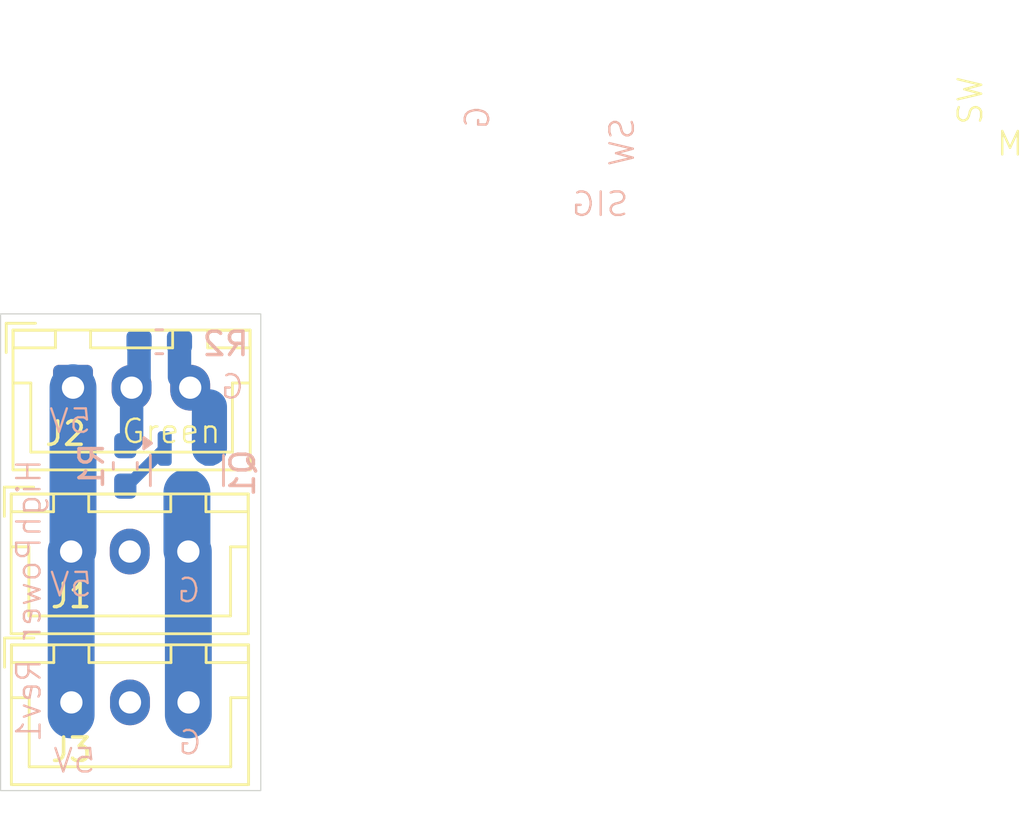
<source format=kicad_pcb>
(kicad_pcb (version 20241229) (generator "pcbnew") (generator_version "9.0")
  (layers (0 "F.Cu" signal) (2 "B.Cu" signal) (13 "F.Paste" user) (15 "B.Paste" user) (5 "F.SilkS" user "F.Silkscreen") (7 "B.SilkS" user "B.Silkscreen") (1 "F.Mask" user) (3 "B.Mask" user) (25 "Edge.Cuts" user))
  (net 0 "")
  (net 1 "/5V")
  (net 2 "/GND")
  (net 3 "/SIGNAL")
  (net 5 "Net-(Q1-D)")
  (net 7 "Net-(Q1-G)")
  (footprint "Connector_JST:JST_XH_B3B-XH-A_1x03_P2.50mm_Vertical" (layer "F.Cu") (at 75.93 64.55)
    (property "Reference" "J2" (at -0.32 1.96 0) (layer "F.SilkS"))
    (property "Value" "B3B-XH-A")
    (fp_line (start -2.85 -2.75) (end -2.85 -1.5) (stroke (width 0.12)) (layer "F.SilkS"))
    (fp_line (start -2.56 -2.46) (end -2.56 3.51) (stroke (width 0.12)) (layer "F.SilkS"))
    (fp_line (start -2.56 3.51) (end 7.56 3.51) (stroke (width 0.12)) (layer "F.SilkS"))
    (fp_line (start -2.55 -2.45) (end -2.55 -1.7) (stroke (width 0.12)) (layer "F.SilkS"))
    (fp_line (start -2.55 -1.7) (end -0.75 -1.7) (stroke (width 0.12)) (layer "F.SilkS"))
    (fp_line (start -2.55 -0.2) (end -1.8 -0.2) (stroke (width 0.12)) (layer "F.SilkS"))
    (fp_line (start -1.8 -0.2) (end -1.8 2.75) (stroke (width 0.12)) (layer "F.SilkS"))
    (fp_line (start -1.8 2.75) (end 2.5 2.75) (stroke (width 0.12)) (layer "F.SilkS"))
    (fp_line (start -1.6 -2.75) (end -2.85 -2.75) (stroke (width 0.12)) (layer "F.SilkS"))
    (fp_line (start -0.75 -2.45) (end -2.55 -2.45) (stroke (width 0.12)) (layer "F.SilkS"))
    (fp_line (start -0.75 -1.7) (end -0.75 -2.45) (stroke (width 0.12)) (layer "F.SilkS"))
    (fp_line (start 0.75 -2.45) (end 0.75 -1.7) (stroke (width 0.12)) (layer "F.SilkS"))
    (fp_line (start 0.75 -1.7) (end 4.25 -1.7) (stroke (width 0.12)) (layer "F.SilkS"))
    (fp_line (start 4.25 -2.45) (end 0.75 -2.45) (stroke (width 0.12)) (layer "F.SilkS"))
    (fp_line (start 4.25 -1.7) (end 4.25 -2.45) (stroke (width 0.12)) (layer "F.SilkS"))
    (fp_line (start 5.75 -2.45) (end 5.75 -1.7) (stroke (width 0.12)) (layer "F.SilkS"))
    (fp_line (start 5.75 -1.7) (end 7.55 -1.7) (stroke (width 0.12)) (layer "F.SilkS"))
    (fp_line (start 6.8 -0.2) (end 6.8 2.75) (stroke (width 0.12)) (layer "F.SilkS"))
    (fp_line (start 6.8 2.75) (end 2.5 2.75) (stroke (width 0.12)) (layer "F.SilkS"))
    (fp_line (start 7.55 -2.45) (end 5.75 -2.45) (stroke (width 0.12)) (layer "F.SilkS"))
    (fp_line (start 7.55 -1.7) (end 7.55 -2.45) (stroke (width 0.12)) (layer "F.SilkS"))
    (fp_line (start 7.55 -0.2) (end 6.8 -0.2) (stroke (width 0.12)) (layer "F.SilkS"))
    (fp_line (start 7.56 -2.46) (end -2.56 -2.46) (stroke (width 0.12)) (layer "F.SilkS"))
    (fp_line (start 7.56 3.51) (end 7.56 -2.46) (stroke (width 0.12)) (layer "F.SilkS"))
    (pad "1" thru_hole roundrect (at 0 0) (size 1.7 1.95) (drill 0.95) (layers "*.Cu" "*.Mask") (roundrect_rratio 0.147059) (net 1 "/5V"))
    (pad "2" thru_hole oval (at 2.5 0) (size 1.7 1.95) (drill 0.95) (layers "*.Cu" "*.Mask") (net 3 "/SIGNAL"))
    (pad "3" thru_hole oval (at 5 0) (size 1.7 1.95) (drill 0.95) (layers "*.Cu" "*.Mask") (net 2 "/GND"))
  )
  (footprint "Connector_JST:JST_XH_B3B-XH-A_1x03_P2.50mm_Vertical" (layer "F.Cu") (at 75.86 77.985)
    (property "Reference" "J3" (at 0 2.02 0) (layer "F.SilkS"))
    (property "Value" "B3B-XH-A")
    (fp_line (start -2.85 -2.75) (end -2.85 -1.5) (stroke (width 0.12)) (layer "F.SilkS"))
    (fp_line (start -2.56 -2.46) (end -2.56 3.51) (stroke (width 0.12)) (layer "F.SilkS"))
    (fp_line (start -2.56 3.51) (end 7.56 3.51) (stroke (width 0.12)) (layer "F.SilkS"))
    (fp_line (start -2.55 -2.45) (end -2.55 -1.7) (stroke (width 0.12)) (layer "F.SilkS"))
    (fp_line (start -2.55 -1.7) (end -0.75 -1.7) (stroke (width 0.12)) (layer "F.SilkS"))
    (fp_line (start -2.55 -0.2) (end -1.8 -0.2) (stroke (width 0.12)) (layer "F.SilkS"))
    (fp_line (start -1.8 -0.2) (end -1.8 2.75) (stroke (width 0.12)) (layer "F.SilkS"))
    (fp_line (start -1.8 2.75) (end 2.5 2.75) (stroke (width 0.12)) (layer "F.SilkS"))
    (fp_line (start -1.6 -2.75) (end -2.85 -2.75) (stroke (width 0.12)) (layer "F.SilkS"))
    (fp_line (start -0.75 -2.45) (end -2.55 -2.45) (stroke (width 0.12)) (layer "F.SilkS"))
    (fp_line (start -0.75 -1.7) (end -0.75 -2.45) (stroke (width 0.12)) (layer "F.SilkS"))
    (fp_line (start 0.75 -2.45) (end 0.75 -1.7) (stroke (width 0.12)) (layer "F.SilkS"))
    (fp_line (start 0.75 -1.7) (end 4.25 -1.7) (stroke (width 0.12)) (layer "F.SilkS"))
    (fp_line (start 4.25 -2.45) (end 0.75 -2.45) (stroke (width 0.12)) (layer "F.SilkS"))
    (fp_line (start 4.25 -1.7) (end 4.25 -2.45) (stroke (width 0.12)) (layer "F.SilkS"))
    (fp_line (start 5.75 -2.45) (end 5.75 -1.7) (stroke (width 0.12)) (layer "F.SilkS"))
    (fp_line (start 5.75 -1.7) (end 7.55 -1.7) (stroke (width 0.12)) (layer "F.SilkS"))
    (fp_line (start 6.8 -0.2) (end 6.8 2.75) (stroke (width 0.12)) (layer "F.SilkS"))
    (fp_line (start 6.8 2.75) (end 2.5 2.75) (stroke (width 0.12)) (layer "F.SilkS"))
    (fp_line (start 7.55 -2.45) (end 5.75 -2.45) (stroke (width 0.12)) (layer "F.SilkS"))
    (fp_line (start 7.55 -1.7) (end 7.55 -2.45) (stroke (width 0.12)) (layer "F.SilkS"))
    (fp_line (start 7.55 -0.2) (end 6.8 -0.2) (stroke (width 0.12)) (layer "F.SilkS"))
    (fp_line (start 7.56 -2.46) (end -2.56 -2.46) (stroke (width 0.12)) (layer "F.SilkS"))
    (fp_line (start 7.56 3.51) (end 7.56 -2.46) (stroke (width 0.12)) (layer "F.SilkS"))
    (pad "1" thru_hole roundrect (at 0 0) (size 1.7 1.95) (drill 0.95) (layers "*.Cu" "*.Mask") (roundrect_rratio 0.147059) (net 1 "/5V"))
    (pad "2" thru_hole oval (at 2.5 0) (size 1.7 1.95) (drill 0.95) (layers "*.Cu" "*.Mask"))
    (pad "3" thru_hole oval (at 5 0) (size 1.7 1.95) (drill 0.95) (layers "*.Cu" "*.Mask") (net 5 "Net-(Q1-D)"))
  )
  (footprint "Connector_JST:JST_XH_B3B-XH-A_1x03_P2.50mm_Vertical" (layer "F.Cu") (at 75.85 71.545)
    (property "Reference" "J1" (at 0 1.895 0) (layer "F.SilkS"))
    (property "Value" "B3B-XH-A")
    (fp_line (start -2.85 -2.75) (end -2.85 -1.5) (stroke (width 0.12)) (layer "F.SilkS"))
    (fp_line (start -2.56 -2.46) (end -2.56 3.51) (stroke (width 0.12)) (layer "F.SilkS"))
    (fp_line (start -2.56 3.51) (end 7.56 3.51) (stroke (width 0.12)) (layer "F.SilkS"))
    (fp_line (start -2.55 -2.45) (end -2.55 -1.7) (stroke (width 0.12)) (layer "F.SilkS"))
    (fp_line (start -2.55 -1.7) (end -0.75 -1.7) (stroke (width 0.12)) (layer "F.SilkS"))
    (fp_line (start -2.55 -0.2) (end -1.8 -0.2) (stroke (width 0.12)) (layer "F.SilkS"))
    (fp_line (start -1.8 -0.2) (end -1.8 2.75) (stroke (width 0.12)) (layer "F.SilkS"))
    (fp_line (start -1.8 2.75) (end 2.5 2.75) (stroke (width 0.12)) (layer "F.SilkS"))
    (fp_line (start -1.6 -2.75) (end -2.85 -2.75) (stroke (width 0.12)) (layer "F.SilkS"))
    (fp_line (start -0.75 -2.45) (end -2.55 -2.45) (stroke (width 0.12)) (layer "F.SilkS"))
    (fp_line (start -0.75 -1.7) (end -0.75 -2.45) (stroke (width 0.12)) (layer "F.SilkS"))
    (fp_line (start 0.75 -2.45) (end 0.75 -1.7) (stroke (width 0.12)) (layer "F.SilkS"))
    (fp_line (start 0.75 -1.7) (end 4.25 -1.7) (stroke (width 0.12)) (layer "F.SilkS"))
    (fp_line (start 4.25 -2.45) (end 0.75 -2.45) (stroke (width 0.12)) (layer "F.SilkS"))
    (fp_line (start 4.25 -1.7) (end 4.25 -2.45) (stroke (width 0.12)) (layer "F.SilkS"))
    (fp_line (start 5.75 -2.45) (end 5.75 -1.7) (stroke (width 0.12)) (layer "F.SilkS"))
    (fp_line (start 5.75 -1.7) (end 7.55 -1.7) (stroke (width 0.12)) (layer "F.SilkS"))
    (fp_line (start 6.8 -0.2) (end 6.8 2.75) (stroke (width 0.12)) (layer "F.SilkS"))
    (fp_line (start 6.8 2.75) (end 2.5 2.75) (stroke (width 0.12)) (layer "F.SilkS"))
    (fp_line (start 7.55 -2.45) (end 5.75 -2.45) (stroke (width 0.12)) (layer "F.SilkS"))
    (fp_line (start 7.55 -1.7) (end 7.55 -2.45) (stroke (width 0.12)) (layer "F.SilkS"))
    (fp_line (start 7.55 -0.2) (end 6.8 -0.2) (stroke (width 0.12)) (layer "F.SilkS"))
    (fp_line (start 7.56 -2.46) (end -2.56 -2.46) (stroke (width 0.12)) (layer "F.SilkS"))
    (fp_line (start 7.56 3.51) (end 7.56 -2.46) (stroke (width 0.12)) (layer "F.SilkS"))
    (pad "1" thru_hole roundrect (at 0 0) (size 1.7 1.95) (drill 0.95) (layers "*.Cu" "*.Mask") (roundrect_rratio 0.147059) (net 1 "/5V"))
    (pad "2" thru_hole oval (at 2.5 0) (size 1.7 1.95) (drill 0.95) (layers "*.Cu" "*.Mask"))
    (pad "3" thru_hole oval (at 5 0) (size 1.7 1.95) (drill 0.95) (layers "*.Cu" "*.Mask") (net 5 "Net-(Q1-D)"))
  )
  (footprint "Package_TO_SOT_SMD:SOT-23" (layer "B.Cu") (at 80.79 68.0825 -90)
    (property "Reference" "Q1" (at 0.1175 -2.38 90) (layer "B.SilkS") (effects (justify mirror)))
    (property "Value" "DMN60H080DS")
    (fp_line (start 0 1.56) (end -0.65 1.56) (stroke (width 0.12)) (layer "B.SilkS"))
    (fp_line (start 0 1.56) (end 0.65 1.56) (stroke (width 0.12)) (layer "B.SilkS"))
    (fp_line (start 0 -1.56) (end -0.65 -1.56) (stroke (width 0.12)) (layer "B.SilkS"))
    (fp_line (start 0 -1.56) (end 0.65 -1.56) (stroke (width 0.12)) (layer "B.SilkS"))
    (fp_poly (pts (xy -1.1625 1.51) (xy -1.4025 1.84) (xy -0.9225 1.84)) (stroke (width 0.12)) (fill yes) (layer "B.SilkS"))
    (pad "1" smd roundrect (at -0.9375 0.95 270) (size 1.475 0.6) (layers "B.Cu" "B.Mask" "B.Paste") (net 7 "Net-(Q1-G)"))
    (pad "2" smd roundrect (at -0.9375 -0.95 270) (size 1.475 0.6) (layers "B.Cu" "B.Mask" "B.Paste") (net 2 "/GND"))
    (pad "3" smd roundrect (at 0.9375 0 270) (size 1.475 0.6) (layers "B.Cu" "B.Mask" "B.Paste") (net 5 "Net-(Q1-D)"))
  )
  (footprint "Capacitor_SMD:C_0603_1608Metric_Pad1.08x0.95mm_HandSolder" (layer "B.Cu") (at 78.16 67.89 -90)
    (property "Reference" "R1" (at 0 1.43 90) (layer "B.SilkS") (effects (justify mirror)))
    (property "Value" "10k 0603")
    (fp_line (start -0.146267 0.51) (end 0.146267 0.51) (stroke (width 0.12)) (layer "B.SilkS"))
    (fp_line (start -0.146267 -0.51) (end 0.146267 -0.51) (stroke (width 0.12)) (layer "B.SilkS"))
    (pad "1" smd roundrect (at -0.8625 0 270) (size 1.075 0.95) (layers "B.Cu" "B.Mask" "B.Paste") (net 3 "/SIGNAL"))
    (pad "2" smd roundrect (at 0.8625 0 270) (size 1.075 0.95) (layers "B.Cu" "B.Mask" "B.Paste") (net 7 "Net-(Q1-G)"))
  )
  (footprint "Capacitor_SMD:C_0603_1608Metric_Pad1.08x0.95mm_HandSolder" (layer "B.Cu") (at 79.61 62.59)
    (property "Reference" "R2" (at 2.83 0.09 0) (layer "B.SilkS") (effects (justify mirror)))
    (property "Value" "10k 0603")
    (fp_line (start -0.146267 -0.51) (end 0.146267 -0.51) (stroke (width 0.12)) (layer "B.SilkS"))
    (fp_line (start -0.146267 0.51) (end 0.146267 0.51) (stroke (width 0.12)) (layer "B.SilkS"))
    (pad "1" smd roundrect (at -0.8625 0) (size 1.075 0.95) (layers "B.Cu" "B.Mask" "B.Paste") (net 3 "/SIGNAL"))
    (pad "2" smd roundrect (at 0.8625 0) (size 1.075 0.95) (layers "B.Cu" "B.Mask" "B.Paste") (net 2 "/GND"))
  )
  (gr_rect (start 72.84 61.4) (end 83.94 81.75) (stroke (width 0.05)) (fill no) (layer "Edge.Cuts"))
  (gr_text "SW" (at 114.8 53.4 90) (layer "F.SilkS") (effects (font (size 1 1) (thickness 0.1)) (justify left bottom)))
  (gr_text "Green" (at 77.94 67 0) (layer "F.SilkS") (effects (font (size 1 1) (thickness 0.1)) (justify left bottom)))
  (gr_text "M" (at 115.27 54.72 0) (layer "F.SilkS") (effects (font (size 1 1) (thickness 0.1)) (justify left bottom)))
  (gr_text "G" (at 81.49 80.29 0) (layer "B.SilkS") (effects (font (size 1 1) (thickness 0.1)) (justify left bottom mirror)))
  (gr_text "HighPower Rev1" (at 74.63 67.53 90) (layer "B.SilkS") (effects (font (size 1 1) (thickness 0.1)) (justify left bottom mirror)))
  (gr_text "G" (at 83.3 65.1 0) (layer "B.SilkS") (effects (font (size 1 1) (thickness 0.1)) (justify left bottom mirror)))
  (gr_text "G" (at 81.44 73.79 0) (layer "B.SilkS") (effects (font (size 1 1) (thickness 0.1)) (justify left bottom mirror)))
  (gr_text "5V" (at 76.96 81.06 0) (layer "B.SilkS") (effects (font (size 1 1) (thickness 0.1)) (justify left bottom mirror)))
  (gr_text "SW" (at 99.94 52.95 90) (layer "B.SilkS") (effects (font (size 1 1) (thickness 0.1)) (justify left bottom mirror)))
  (gr_text "5V" (at 76.78 66.56 0) (layer "B.SilkS") (effects (font (size 1 1) (thickness 0.1)) (justify left bottom mirror)))
  (gr_text "SIG" (at 99.7 57.3 0) (layer "B.SilkS") (effects (font (size 1 1) (thickness 0.1)) (justify left bottom mirror)))
  (gr_text "5V" (at 76.81 73.54 0) (layer "B.SilkS") (effects (font (size 1 1) (thickness 0.1)) (justify left bottom mirror)))
  (gr_text "G" (at 93.77 52.44 90) (layer "B.SilkS") (effects (font (size 1 1) (thickness 0.1)) (justify left bottom mirror)))
  (segment (start 75.93 71.465) (end 75.85 71.545) (width 0.3) (layer "B.Cu") (net 1))
  (segment (start 75.93 64.55) (end 75.93 71.465) (width 2) (layer "B.Cu") (net 1))
  (segment (start 75.85 71.545) (end 75.85 78.52) (width 2) (layer "B.Cu") (net 1))
  (segment (start 75.85 78.52) (end 75.97 78.64) (width 0.3) (layer "B.Cu") (net 1))
  (segment (start 80.93 64.55) (end 81.75 65.37) (width 1) (layer "B.Cu") (net 2))
  (segment (start 81.75 65.37) (end 81.75 67.135) (width 1.5) (layer "B.Cu") (net 2))
  (segment (start 81.75 67.135) (end 81.74 67.145) (width 1) (layer "B.Cu") (net 2))
  (segment (start 80.4725 64.0925) (end 80.93 64.55) (width 0.3) (layer "B.Cu") (net 2))
  (segment (start 80.4725 62.59) (end 80.4725 64.0925) (width 1) (layer "B.Cu") (net 2))
  (segment (start 78.7475 64.2325) (end 78.43 64.55) (width 0.3) (layer "B.Cu") (net 3))
  (segment (start 78.43 64.55) (end 78.43 66.7575) (width 1) (layer "B.Cu") (net 3))
  (segment (start 78.43 66.7575) (end 78.16 67.0275) (width 0.3) (layer "B.Cu") (net 3))
  (segment (start 78.7475 62.59) (end 78.7475 64.2325) (width 1) (layer "B.Cu") (net 3))
  (segment (start 80.79 69.02) (end 80.79 71.485) (width 2) (layer "B.Cu") (net 5))
  (segment (start 80.85 71.545) (end 80.85 78.52) (width 2) (layer "B.Cu") (net 5))
  (segment (start 80.79 71.485) (end 80.85 71.545) (width 0.3) (layer "B.Cu") (net 5))
  (segment (start 80.85 78.52) (end 80.97 78.64) (width 0.3) (layer "B.Cu") (net 5))
  (segment (start 78.2325 68.7525) (end 79.84 67.145) (width 0.5) (layer "B.Cu") (net 7))
  (segment (start 78.16 68.7525) (end 78.2325 68.7525) (width 0.3) (layer "B.Cu") (net 7))
)
</source>
